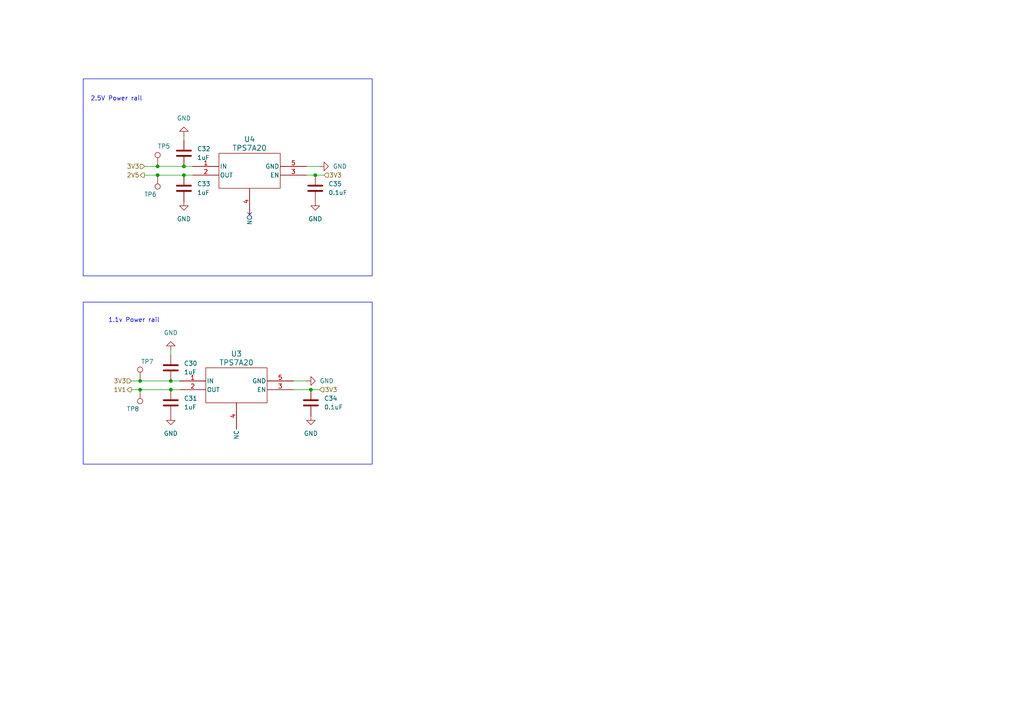
<source format=kicad_sch>
(kicad_sch (version 20250114) (generator "eeschema") (generator_version "9.0")
  (paper "A4")
  (title_block (company "Kebag Logic: kebag-logic.com") (comment 3 "This source describes Open Hardware and is licensed under the\nCERN-OHL-S v2.0.\nYou may redistribute and modify this documentation and make products\nusing it under the terms of the CERN-OHL-S v2.0 (https://cern.ch/ohl)."))
  (lib_symbols
    (symbol "Connector:TestPoint" (pin_numbers (hide yes)) (pin_names (offset 0.762) (hide yes))
      (property "Reference" "TP" (at 0 6.858 0))
      (property "Value" "TestPoint" (at 0 5.08 0))
      (symbol "TestPoint_0_1"
        (circle (center 0 3.302) (radius 0.762))
      )
      (symbol "TestPoint_1_1"
        (pin passive line (at 0 0 90) (length 2.54) (name "1") (number "1"))
      )
    )
    (symbol "Device:C" (pin_numbers (hide yes)) (pin_names (offset 0.254))
      (property "Reference" "C" (at 0.635 2.54 0))
      (property "Value" "C" (at 0.635 -2.54 0))
      (symbol "C_0_1"
        (polyline (pts (xy -2.032 0.762) (xy 2.032 0.762)) (stroke (width 0.508)))
        (polyline (pts (xy -2.032 -0.762) (xy 2.032 -0.762)) (stroke (width 0.508)))
      )
      (symbol "C_1_1"
        (pin passive line (at 0 3.81 270) (length 2.794) (name "~") (number "1"))
        (pin passive line (at 0 -3.81 90) (length 2.794) (name "~") (number "2"))
      )
    )
    (symbol "TPS7A20C285PYCKR_1" (pin_names (offset 0.254))
      (property "Reference" "U3" (at 0 9.144 0))
      (property "Value" "TPS7A20" (at 0 6.604 0))
      (symbol "TPS7A20C285PYCKR_1_1_1"
        (rectangle (start -8.89 5.08) (end 8.89 -5.08))
        (pin input line (at -16.51 1.27 0) (length 7.62) (name "IN") (number "1"))
        (pin output line (at -16.51 -1.27 0) (length 7.62) (name "OUT") (number "2"))
        (pin power_out line (at 0 -5.08 270) (length 7.62) (name "NC") (number "4"))
        (pin power_out line (at 16.51 1.27 180) (length 7.62) (name "GND") (number "5"))
        (pin input line (at 16.51 -1.27 180) (length 7.62) (name "EN") (number "3"))
      )
    )
    (symbol "TPS7A20C:TPS7A20C285PYCKR" (pin_names (offset 0.254))
      (property "Reference" "U2" (at 0 9.144 0))
      (property "Value" "TPS7A20" (at 0 6.604 0))
      (symbol "TPS7A20C285PYCKR_1_1"
        (rectangle (start -8.89 5.08) (end 8.89 -5.08))
        (pin input line (at -16.51 1.27 0) (length 7.62) (name "IN") (number "1"))
        (pin output line (at -16.51 -1.27 0) (length 7.62) (name "OUT") (number "2"))
        (pin power_out line (at 0 -5.08 270) (length 7.62) (name "NC") (number "4"))
        (pin power_out line (at 16.51 1.27 180) (length 7.62) (name "GND") (number "5"))
        (pin input line (at 16.51 -1.27 180) (length 7.62) (name "EN") (number "3"))
      )
    )
    (symbol "power:GND" (power) (pin_numbers (hide yes)) (pin_names (offset 0) (hide yes))
      (property "Value" "GND" (at 0 -3.81 0))
      (symbol "GND_0_1"
        (polyline (pts (xy 0 0) (xy 0 -1.27) (xy 1.27 -1.27) (xy 0 -2.54) (xy -1.27 -1.27) (xy 0 -1.27)))
      )
      (symbol "GND_1_1"
        (pin power_in line (at 0 0 270) (length 0) (name "~") (number "1"))
      )
    )
  )
  (rectangle (start 24.13 87.63) (end 107.95 134.62))
  (rectangle (start 24.13 31.75) (end 24.13 31.75))
  (rectangle (start 24.13 22.86) (end 107.95 80.01))
  (text "1.1v Power rail" (at 38.862 92.964 0) (effects (font (size 1.27 1.27))))
  (text "2.5V Power rail" (at 33.782 28.702 0) (effects (font (size 1.27 1.27))))
  (junction (at 53.34 48.26))
  (junction (at 40.64 113.03))
  (junction (at 53.34 50.8))
  (junction (at 49.53 113.03))
  (junction (at 90.17 113.03))
  (junction (at 91.44 50.8))
  (junction (at 49.53 110.49))
  (junction (at 40.64 110.49))
  (junction (at 45.72 48.26))
  (junction (at 45.72 50.8))
  (no_connect (at 72.39 62.23))
  (wire (pts (xy 40.64 110.49) (xy 49.53 110.49)))
  (wire (pts (xy 38.1 110.49) (xy 40.64 110.49)))
  (wire (pts (xy 41.91 48.26) (xy 45.72 48.26)))
  (wire (pts (xy 93.98 50.8) (xy 91.44 50.8)))
  (wire (pts (xy 45.72 48.26) (xy 53.34 48.26)))
  (wire (pts (xy 45.72 50.8) (xy 53.34 50.8)))
  (wire (pts (xy 49.53 113.03) (xy 52.07 113.03)))
  (wire (pts (xy 40.64 113.03) (xy 49.53 113.03)))
  (wire (pts (xy 49.53 101.6) (xy 49.53 102.87)))
  (wire (pts (xy 92.71 48.26) (xy 88.9 48.26)))
  (wire (pts (xy 53.34 39.37) (xy 53.34 40.64)))
  (wire (pts (xy 49.53 110.49) (xy 52.07 110.49)))
  (wire (pts (xy 88.9 110.49) (xy 85.09 110.49)))
  (wire (pts (xy 90.17 113.03) (xy 92.71 113.03)))
  (wire (pts (xy 85.09 113.03) (xy 90.17 113.03)))
  (wire (pts (xy 53.34 48.26) (xy 55.88 48.26)))
  (wire (pts (xy 41.91 50.8) (xy 45.72 50.8)))
  (wire (pts (xy 38.1 113.03) (xy 40.64 113.03)))
  (wire (pts (xy 53.34 50.8) (xy 55.88 50.8)))
  (wire (pts (xy 91.44 50.8) (xy 88.9 50.8)))
  (hierarchical_label "3V3" (shape input) (at 93.98 50.8 0))
  (hierarchical_label "1V1" (shape output) (at 38.1 113.03 180))
  (hierarchical_label "3V3" (shape input) (at 38.1 110.49 180))
  (hierarchical_label "3V3" (shape input) (at 92.71 113.03 0))
  (hierarchical_label "3V3" (shape input) (at 41.91 48.26 180))
  (hierarchical_label "2V5" (shape output) (at 41.91 50.8 180))
  (symbol (lib_id "Device:C") (at 49.53 106.68 0) (unit 1)
    (property "Reference" "C30" (at 53.34 105.4099 0) (effects (justify left)))
    (property "Value" "1uF" (at 53.34 107.9499 0) (effects (justify left)))
    (property "Footprint" "Capacitor_SMD:C_0402_1005Metric_Pad0.74x0.62mm_HandSolder" (effects (hide yes)))
    (property "Description" "Unpolarized capacitor" (effects (hide yes)))
  )
  (symbol (lib_id "TPS7A20C:TPS7A20C285PYCKR") (at 72.39 49.53 0) (unit 1)
    (property "Reference" "U4" (at 72.39 40.386 0) (effects (font (size 1.524 1.524))))
    (property "Value" "TPS7A20" (at 72.39 42.926 0) (effects (font (size 1.524 1.524))))
    (property "Footprint" "Package_TO_SOT_SMD:SOT-23-5" (effects (hide yes)))
    (property "Datasheet" "https://www.ti.com/lit/gpn/tps7a20c" (effects (hide yes)))
  )
  (symbol (lib_id "Connector:TestPoint") (at 40.64 110.49 0) (unit 1)
    (property "Reference" "TP7" (at 40.894 104.902 0) (effects (justify left)))
    (property "Value" "TestPoint" (effects (hide yes)))
    (property "Footprint" "TestPoint:TestPoint_Pad_1.0x1.0mm" (effects (hide yes)))
    (property "Description" "test point" (effects (hide yes)))
  )
  (symbol (lib_id "power:GND") (at 53.34 39.37 180) (unit 1)
    (property "Reference" "#PWR022" (effects (hide yes)))
    (property "Value" "GND" (at 53.34 34.29 0))
    (property "Description" "Power symbol creates a global label with name \"GND\" , ground" (effects (hide yes)))
  )
  (symbol (lib_id "Connector:TestPoint") (at 45.72 50.8 180) (unit 1)
    (property "Reference" "TP6" (at 45.466 56.388 0) (effects (justify left)))
    (property "Value" "TestPoint" (effects (hide yes)))
    (property "Footprint" "TestPoint:TestPoint_Pad_1.0x1.0mm" (effects (hide yes)))
    (property "Description" "test point" (effects (hide yes)))
  )
  (symbol (lib_id "Device:C") (at 53.34 44.45 0) (unit 1)
    (property "Reference" "C32" (at 57.15 43.1799 0) (effects (justify left)))
    (property "Value" "1uF" (at 57.15 45.7199 0) (effects (justify left)))
    (property "Footprint" "Capacitor_SMD:C_0402_1005Metric_Pad0.74x0.62mm_HandSolder" (effects (hide yes)))
    (property "Description" "Unpolarized capacitor" (effects (hide yes)))
  )
  (symbol (lib_id "power:GND") (at 49.53 120.65 0) (unit 1)
    (property "Reference" "#PWR021" (effects (hide yes)))
    (property "Value" "GND" (at 49.53 125.73 0))
    (property "Description" "Power symbol creates a global label with name \"GND\" , ground" (effects (hide yes)))
  )
  (symbol (lib_id "power:GND") (at 91.44 58.42 0) (unit 1)
    (property "Reference" "#PWR026" (effects (hide yes)))
    (property "Value" "GND" (at 91.44 63.5 0))
    (property "Description" "Power symbol creates a global label with name \"GND\" , ground" (effects (hide yes)))
  )
  (symbol (lib_id "power:GND") (at 92.71 48.26 90) (unit 1)
    (property "Reference" "#PWR027" (effects (hide yes)))
    (property "Value" "GND" (at 96.52 48.2599 90) (effects (justify right)))
    (property "Description" "Power symbol creates a global label with name \"GND\" , ground" (effects (hide yes)))
  )
  (symbol (lib_id "Connector:TestPoint") (at 45.72 48.26 0) (unit 1)
    (property "Reference" "TP5" (at 45.72 42.418 0) (effects (justify left)))
    (property "Value" "TestPoint" (effects (hide yes)))
    (property "Footprint" "TestPoint:TestPoint_Pad_1.0x1.0mm" (effects (hide yes)))
    (property "Description" "test point" (effects (hide yes)))
  )
  (symbol (lib_id "Device:C") (at 91.44 54.61 0) (unit 1)
    (property "Reference" "C35" (at 95.25 53.3399 0) (effects (justify left)))
    (property "Value" "0.1uF" (at 95.25 55.8799 0) (effects (justify left)))
    (property "Footprint" "Capacitor_SMD:C_0402_1005Metric_Pad0.74x0.62mm_HandSolder" (effects (hide yes)))
    (property "Description" "Unpolarized capacitor" (effects (hide yes)))
  )
  (symbol (lib_id "Connector:TestPoint") (at 40.64 113.03 180) (unit 1)
    (property "Reference" "TP8" (at 40.386 118.618 0) (effects (justify left)))
    (property "Value" "TestPoint" (effects (hide yes)))
    (property "Footprint" "TestPoint:TestPoint_Pad_1.0x1.0mm" (effects (hide yes)))
    (property "Description" "test point" (effects (hide yes)))
  )
  (symbol (lib_id "Device:C") (at 90.17 116.84 0) (unit 1)
    (property "Reference" "C34" (at 93.98 115.5699 0) (effects (justify left)))
    (property "Value" "0.1uF" (at 93.98 118.1099 0) (effects (justify left)))
    (property "Footprint" "Capacitor_SMD:C_0402_1005Metric_Pad0.74x0.62mm_HandSolder" (effects (hide yes)))
    (property "Description" "Unpolarized capacitor" (effects (hide yes)))
  )
  (symbol (lib_id "power:GND") (at 90.17 120.65 0) (unit 1)
    (property "Reference" "#PWR025" (effects (hide yes)))
    (property "Value" "GND" (at 90.17 125.73 0))
    (property "Description" "Power symbol creates a global label with name \"GND\" , ground" (effects (hide yes)))
  )
  (symbol (lib_id "power:GND") (at 49.53 101.6 180) (unit 1)
    (property "Reference" "#PWR020" (effects (hide yes)))
    (property "Value" "GND" (at 49.53 96.52 0))
    (property "Description" "Power symbol creates a global label with name \"GND\" , ground" (effects (hide yes)))
  )
  (symbol (lib_name "TPS7A20C285PYCKR_1") (lib_id "TPS7A20C:TPS7A20C285PYCKR") (at 68.58 111.76 0) (unit 1)
    (property "Reference" "U3" (at 68.58 102.616 0) (effects (font (size 1.524 1.524))))
    (property "Value" "TPS7A20" (at 68.58 105.156 0) (effects (font (size 1.524 1.524))))
    (property "Footprint" "Package_TO_SOT_SMD:SOT-23-5" (effects (hide yes)))
    (property "Datasheet" "https://www.ti.com/lit/gpn/tps7a20c" (effects (hide yes)))
  )
  (symbol (lib_id "Device:C") (at 53.34 54.61 0) (unit 1)
    (property "Reference" "C33" (at 57.15 53.3399 0) (effects (justify left)))
    (property "Value" "1uF" (at 57.15 55.8799 0) (effects (justify left)))
    (property "Footprint" "Capacitor_SMD:C_0402_1005Metric_Pad0.74x0.62mm_HandSolder" (effects (hide yes)))
    (property "Description" "Unpolarized capacitor" (effects (hide yes)))
  )
  (symbol (lib_id "Device:C") (at 49.53 116.84 0) (unit 1)
    (property "Reference" "C31" (at 53.34 115.5699 0) (effects (justify left)))
    (property "Value" "1uF" (at 53.34 118.1099 0) (effects (justify left)))
    (property "Footprint" "Capacitor_SMD:C_0402_1005Metric_Pad0.74x0.62mm_HandSolder" (effects (hide yes)))
    (property "Description" "Unpolarized capacitor" (effects (hide yes)))
  )
  (symbol (lib_id "power:GND") (at 53.34 58.42 0) (unit 1)
    (property "Reference" "#PWR023" (effects (hide yes)))
    (property "Value" "GND" (at 53.34 63.5 0))
    (property "Description" "Power symbol creates a global label with name \"GND\" , ground" (effects (hide yes)))
  )
  (symbol (lib_id "power:GND") (at 88.9 110.49 90) (unit 1)
    (property "Reference" "#PWR024" (effects (hide yes)))
    (property "Value" "GND" (at 92.71 110.4899 90) (effects (justify right)))
    (property "Description" "Power symbol creates a global label with name \"GND\" , ground" (effects (hide yes)))
  )
)
</source>
